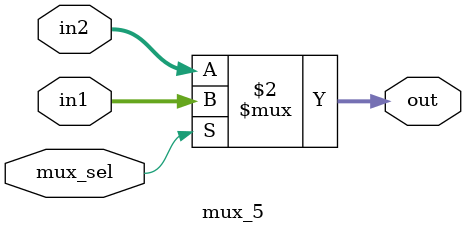
<source format=v>
`timescale 1ns / 1ps
module mux_5(in1,in2,mux_sel,out);
input wire [4:0] in1;
input wire [4:0] in2;
input wire mux_sel;
output wire [4:0] out;

assign out=(mux_sel=='b1)?in1:in2;

endmodule

</source>
